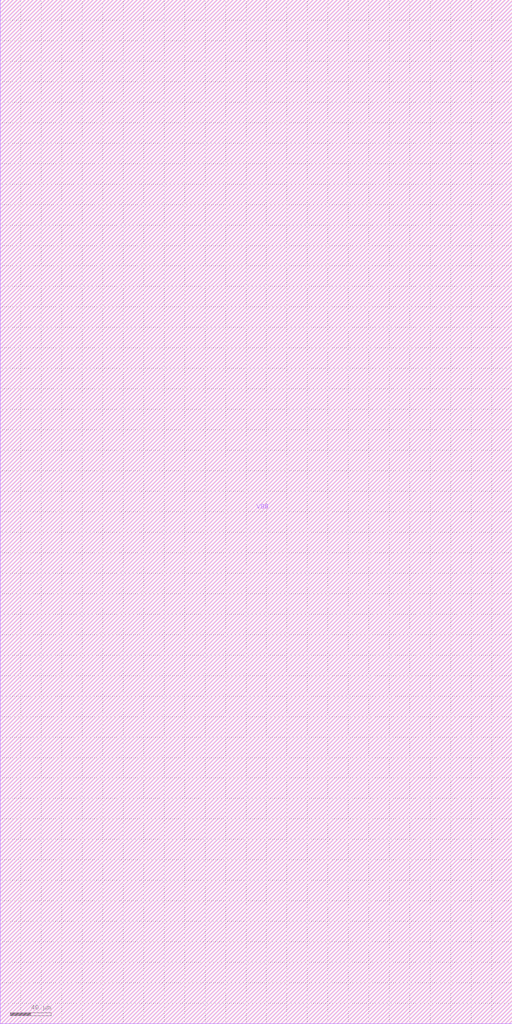
<source format=lef>
VERSION 5.7 ;
BUSBITCHARS "[]" ;
DIVIDERCHAR "/" ;

MACRO sm3_top
  CLASS BLOCK ;
  FOREIGN sm3_top 0 0 ;
  ORIGIN 0 0 ;
  SIZE 500 BY 1000 ;
  SYMMETRY X Y R90 ;
  SITE core ;
  PIN VDD
    DIRECTION INOUT ;
    USE POWER ;
    SHAPE ABUTMENT ;
    PORT
      LAYER metal1 ;
        RECT 0 0 500 1000 ;
    END
  END VDD
  PIN VSS
    DIRECTION INOUT ;
    USE GROUND ;
    SHAPE ABUTMENT ;
    PORT
      LAYER metal1 ;
        RECT 0 0 500 1000 ;
    END
  END VSS
END sm3_top
END LIBRARY
</source>
